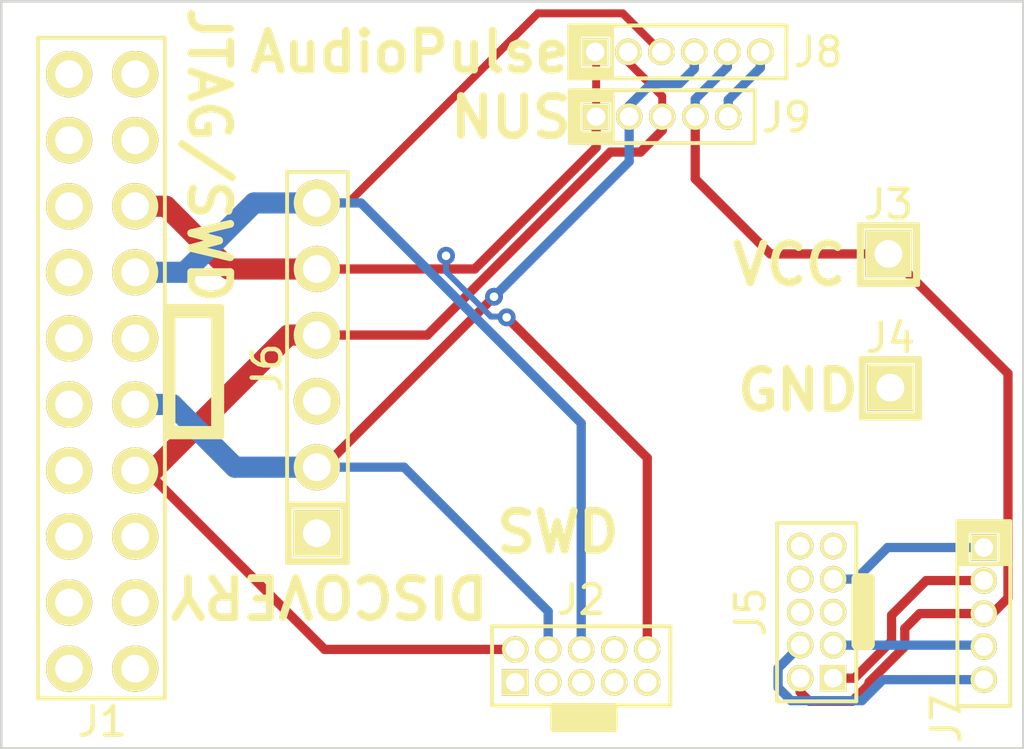
<source format=kicad_pcb>
(kicad_pcb (version 3) (host pcbnew "(2013-may-18)-stable")

  (general
    (links 41)
    (no_connects 17)
    (area 0 0 0 0)
    (thickness 1.6)
    (drawings 48)
    (tracks 98)
    (zones 0)
    (modules 9)
    (nets 10)
  )

  (page A3)
  (layers
    (15 F.Cu signal)
    (0 B.Cu signal)
    (16 B.Adhes user)
    (17 F.Adhes user)
    (18 B.Paste user)
    (19 F.Paste user)
    (20 B.SilkS user)
    (21 F.SilkS user)
    (22 B.Mask user)
    (23 F.Mask user)
    (24 Dwgs.User user)
    (25 Cmts.User user)
    (26 Eco1.User user)
    (27 Eco2.User user)
    (28 Edge.Cuts user)
  )

  (setup
    (last_trace_width 0.254)
    (user_trace_width 0.1524)
    (user_trace_width 0.1778)
    (user_trace_width 0.2032)
    (user_trace_width 0.2286)
    (user_trace_width 0.254)
    (user_trace_width 0.3048)
    (user_trace_width 0.3556)
    (user_trace_width 0.4572)
    (user_trace_width 0.6096)
    (user_trace_width 0.8128)
    (trace_clearance 0.1524)
    (zone_clearance 0.508)
    (zone_45_only no)
    (trace_min 0.1524)
    (segment_width 0.2)
    (edge_width 0.1)
    (via_size 0.6858)
    (via_drill 0.3302)
    (via_min_size 0.6858)
    (via_min_drill 0.3302)
    (user_via 0.6858 0.3302)
    (uvia_size 0.508)
    (uvia_drill 0.127)
    (uvias_allowed no)
    (uvia_min_size 0)
    (uvia_min_drill 0.127)
    (pcb_text_width 0.3)
    (pcb_text_size 1.5 1.5)
    (mod_edge_width 0.15)
    (mod_text_size 1 1)
    (mod_text_width 0.15)
    (pad_size 1.016 1.016)
    (pad_drill 0.7112)
    (pad_to_mask_clearance 0)
    (aux_axis_origin 0 0)
    (visible_elements FFFFFFBF)
    (pcbplotparams
      (layerselection 3178497)
      (usegerberextensions true)
      (excludeedgelayer true)
      (linewidth 0.150000)
      (plotframeref false)
      (viasonmask false)
      (mode 1)
      (useauxorigin false)
      (hpglpennumber 1)
      (hpglpenspeed 20)
      (hpglpendiameter 15)
      (hpglpenoverlay 2)
      (psnegative false)
      (psa4output false)
      (plotreference true)
      (plotvalue true)
      (plotothertext true)
      (plotinvisibletext false)
      (padsonsilk false)
      (subtractmaskfromsilk false)
      (outputformat 1)
      (mirror false)
      (drillshape 1)
      (scaleselection 1)
      (outputdirectory ""))
  )

  (net 0 "")
  (net 1 /GND)
  (net 2 /RESET)
  (net 3 /SWCLK_TCLK)
  (net 4 /SWDIO_TMS)
  (net 5 /SWO_TDO)
  (net 6 /TI_DC)
  (net 7 /TI_DD)
  (net 8 /TI_RESET)
  (net 9 /VCC)

  (net_class Default "This is the default net class."
    (clearance 0.1524)
    (trace_width 0.1524)
    (via_dia 0.6858)
    (via_drill 0.3302)
    (uvia_dia 0.508)
    (uvia_drill 0.127)
    (add_net "")
    (add_net /GND)
    (add_net /RESET)
    (add_net /SWCLK_TCLK)
    (add_net /SWDIO_TMS)
    (add_net /SWO_TDO)
    (add_net /TI_DC)
    (add_net /TI_DD)
    (add_net /TI_RESET)
    (add_net /VCC)
  )

  (module HDR_6X1_100MIL_THRU (layer F.Cu) (tedit 52F27BF5) (tstamp 52F286DA)
    (at 48.8442 47.1678 90)
    (path /52E977C2)
    (fp_text reference J6 (at 0 -1.905 90) (layer F.SilkS)
      (effects (font (size 1.1 1.1) (thickness 0.17)))
    )
    (fp_text value CONN_6X1 (at 0 1.905 90) (layer F.SilkS) hide
      (effects (font (size 1.1 1.1) (thickness 0.17)))
    )
    (fp_line (start -7.366 1.016) (end -5.4102 1.016) (layer F.SilkS) (width 0.15))
    (fp_line (start -7.366 1.1176) (end -7.366 -1.143) (layer F.SilkS) (width 0.15))
    (fp_line (start -5.3594 1.0668) (end -7.4168 1.0668) (layer F.SilkS) (width 0.15))
    (fp_line (start -5.3594 -1.016) (end -7.4168 -1.016) (layer F.SilkS) (width 0.15))
    (fp_line (start -5.207 -1.143) (end -5.207 1.143) (layer F.SilkS) (width 0.15))
    (fp_line (start -5.207 1.143) (end -5.334 1.143) (layer F.SilkS) (width 0.15))
    (fp_line (start -5.334 1.143) (end -5.334 -1.143) (layer F.SilkS) (width 0.15))
    (fp_line (start -7.493 -1.143) (end 7.5438 -1.143) (layer F.SilkS) (width 0.15))
    (fp_line (start 7.5438 -1.143) (end 7.5438 1.1938) (layer F.SilkS) (width 0.15))
    (fp_line (start 7.5438 1.1938) (end -7.493 1.1938) (layer F.SilkS) (width 0.15))
    (fp_line (start -7.493 1.1938) (end -7.493 -1.143) (layer F.SilkS) (width 0.15))
    (pad 6 thru_hole circle (at 6.35 0 180) (size 1.778 1.778) (drill 1.0668)
      (layers *.Cu *.Mask F.SilkS)
      (net 5 /SWO_TDO)
      (zone_connect 2)
    )
    (pad 4 thru_hole circle (at 1.27 0 180) (size 1.778 1.778) (drill 1.0668)
      (layers *.Cu *.Mask F.SilkS)
      (net 4 /SWDIO_TMS)
      (zone_connect 2)
    )
    (pad 5 thru_hole circle (at 3.81 0 180) (size 1.778 1.778) (drill 1.0668)
      (layers *.Cu *.Mask F.SilkS)
      (net 2 /RESET)
      (zone_connect 2)
    )
    (pad 3 thru_hole circle (at -1.27 0 180) (size 1.778 1.778) (drill 1.0668)
      (layers *.Cu *.Mask F.SilkS)
      (net 1 /GND)
      (zone_connect 2)
    )
    (pad 2 thru_hole circle (at -3.81 0 180) (size 1.778 1.778) (drill 1.0668)
      (layers *.Cu *.Mask F.SilkS)
      (net 3 /SWCLK_TCLK)
      (zone_connect 2)
    )
    (pad 1 thru_hole rect (at -6.35 0 90) (size 1.778 1.778) (drill 1.0668)
      (layers *.Cu *.Mask F.SilkS)
      (zone_connect 2)
    )
  )

  (module HDR_5X2_50MIL_THRU (layer F.Cu) (tedit 52F27989) (tstamp 52F286EC)
    (at 59.00928 58.61812)
    (path /52E974CC)
    (fp_text reference J2 (at 0 -2.54) (layer F.SilkS)
      (effects (font (size 1.1 1.1) (thickness 0.17)))
    )
    (fp_text value CONN_5X2 (at 0 2.54) (layer F.SilkS) hide
      (effects (font (size 1.1 1.1) (thickness 0.17)))
    )
    (fp_line (start -3.429 1.524) (end 3.429 1.524) (layer F.SilkS) (width 0.15))
    (fp_line (start 3.429 1.524) (end 3.429 -1.524) (layer F.SilkS) (width 0.15))
    (fp_line (start 3.429 -1.524) (end -3.429 -1.524) (layer F.SilkS) (width 0.15))
    (fp_line (start -3.429 -1.524) (end -3.429 1.524) (layer F.SilkS) (width 0.15))
    (pad 2 thru_hole circle (at -2.54 -0.635) (size 1.016 1.016) (drill 0.7112)
      (layers *.Cu *.Mask F.SilkS)
      (net 4 /SWDIO_TMS)
      (zone_connect 2)
    )
    (pad 4 thru_hole circle (at -1.27 -0.635 90) (size 1.016 1.016) (drill 0.7112)
      (layers *.Cu *.Mask F.SilkS)
      (net 3 /SWCLK_TCLK)
      (zone_connect 2)
    )
    (pad 6 thru_hole circle (at 0 -0.635 90) (size 1.016 1.016) (drill 0.7112)
      (layers *.Cu *.Mask F.SilkS)
      (net 5 /SWO_TDO)
      (zone_connect 2)
    )
    (pad 10 thru_hole circle (at 2.54 -0.635 90) (size 1.016 1.016) (drill 0.7112)
      (layers *.Cu *.Mask F.SilkS)
      (net 2 /RESET)
      (zone_connect 2)
    )
    (pad 8 thru_hole circle (at 1.27 -0.635 90) (size 1.016 1.016) (drill 0.7112)
      (layers *.Cu *.Mask F.SilkS)
      (zone_connect 2)
    )
    (pad 7 thru_hole circle (at 1.27 0.635 90) (size 1.016 1.016) (drill 0.7112)
      (layers *.Cu *.Mask F.SilkS)
      (zone_connect 2)
    )
    (pad 9 thru_hole circle (at 2.54 0.635 90) (size 1.016 1.016) (drill 0.7112)
      (layers *.Cu *.Mask F.SilkS)
      (net 1 /GND)
      (zone_connect 2)
    )
    (pad 5 thru_hole circle (at 0 0.635 90) (size 1.016 1.016) (drill 0.7112)
      (layers *.Cu *.Mask F.SilkS)
      (net 1 /GND)
      (zone_connect 2)
    )
    (pad 3 thru_hole circle (at -1.27 0.635 90) (size 1.016 1.016) (drill 0.7112)
      (layers *.Cu *.Mask F.SilkS)
      (net 1 /GND)
      (zone_connect 2)
    )
    (pad 1 thru_hole rect (at -2.54 0.635) (size 1.016 1.016) (drill 0.7112)
      (layers *.Cu *.Mask F.SilkS)
      (net 9 /VCC)
      (zone_connect 2)
    )
  )

  (module HDR_5X2_50MIL_THRU (layer F.Cu) (tedit 52F27989) (tstamp 52F286FE)
    (at 68.06184 56.55056 90)
    (path /52E97A71)
    (fp_text reference J5 (at 0 -2.54 90) (layer F.SilkS)
      (effects (font (size 1.1 1.1) (thickness 0.17)))
    )
    (fp_text value CONN_5X2 (at 0 2.54 90) (layer F.SilkS) hide
      (effects (font (size 1.1 1.1) (thickness 0.17)))
    )
    (fp_line (start -3.429 1.524) (end 3.429 1.524) (layer F.SilkS) (width 0.15))
    (fp_line (start 3.429 1.524) (end 3.429 -1.524) (layer F.SilkS) (width 0.15))
    (fp_line (start 3.429 -1.524) (end -3.429 -1.524) (layer F.SilkS) (width 0.15))
    (fp_line (start -3.429 -1.524) (end -3.429 1.524) (layer F.SilkS) (width 0.15))
    (pad 2 thru_hole circle (at -2.54 -0.635 90) (size 1.016 1.016) (drill 0.7112)
      (layers *.Cu *.Mask F.SilkS)
      (net 9 /VCC)
      (zone_connect 2)
    )
    (pad 4 thru_hole circle (at -1.27 -0.635 180) (size 1.016 1.016) (drill 0.7112)
      (layers *.Cu *.Mask F.SilkS)
      (net 7 /TI_DD)
      (zone_connect 2)
    )
    (pad 6 thru_hole circle (at 0 -0.635 180) (size 1.016 1.016) (drill 0.7112)
      (layers *.Cu *.Mask F.SilkS)
      (zone_connect 2)
    )
    (pad 10 thru_hole circle (at 2.54 -0.635 180) (size 1.016 1.016) (drill 0.7112)
      (layers *.Cu *.Mask F.SilkS)
      (zone_connect 2)
    )
    (pad 8 thru_hole circle (at 1.27 -0.635 180) (size 1.016 1.016) (drill 0.7112)
      (layers *.Cu *.Mask F.SilkS)
      (zone_connect 2)
    )
    (pad 7 thru_hole circle (at 1.27 0.635 180) (size 1.016 1.016) (drill 0.7112)
      (layers *.Cu *.Mask F.SilkS)
      (net 8 /TI_RESET)
      (zone_connect 2)
    )
    (pad 9 thru_hole circle (at 2.54 0.635 180) (size 1.016 1.016) (drill 0.7112)
      (layers *.Cu *.Mask F.SilkS)
      (zone_connect 2)
    )
    (pad 5 thru_hole circle (at 0 0.635 180) (size 1.016 1.016) (drill 0.7112)
      (layers *.Cu *.Mask F.SilkS)
      (zone_connect 2)
    )
    (pad 3 thru_hole circle (at -1.27 0.635 180) (size 1.016 1.016) (drill 0.7112)
      (layers *.Cu *.Mask F.SilkS)
      (net 6 /TI_DC)
      (zone_connect 2)
    )
    (pad 1 thru_hole rect (at -2.54 0.635 90) (size 1.016 1.016) (drill 0.7112)
      (layers *.Cu *.Mask F.SilkS)
      (net 1 /GND)
      (zone_connect 2)
    )
  )

  (module HDR_10X2_100MIL_THRU (layer F.Cu) (tedit 52F27C57) (tstamp 52F28748)
    (at 40.5892 47.2948 180)
    (path /52E974BD)
    (fp_text reference J1 (at 0 -13.462 180) (layer F.SilkS)
      (effects (font (size 1.1 1.1) (thickness 0.17)))
    )
    (fp_text value CONN_10X2 (at 0 13.97 180) (layer F.SilkS) hide
      (effects (font (size 1.1 1.1) (thickness 0.17)))
    )
    (fp_line (start -2.413 -12.573) (end 2.4638 -12.573) (layer F.SilkS) (width 0.15))
    (fp_line (start 2.4638 -12.573) (end 2.4638 12.827) (layer F.SilkS) (width 0.15))
    (fp_line (start 2.4638 12.827) (end -2.413 12.827) (layer F.SilkS) (width 0.15))
    (fp_line (start -2.413 12.827) (end -2.413 -12.573) (layer F.SilkS) (width 0.15))
    (pad 16 thru_hole circle (at 1.27 6.35 270) (size 1.778 1.778) (drill 1.0668)
      (layers *.Cu *.Mask F.SilkS)
      (net 1 /GND)
      (zone_connect 2)
    )
    (pad 15 thru_hole circle (at -1.27 6.35 180) (size 1.778 1.778) (drill 1.0668)
      (layers *.Cu *.Mask F.SilkS)
      (net 2 /RESET)
      (zone_connect 2)
    )
    (pad 18 thru_hole circle (at 1.27 8.89 270) (size 1.778 1.778) (drill 1.0668)
      (layers *.Cu *.Mask F.SilkS)
      (net 1 /GND)
      (zone_connect 2)
    )
    (pad 17 thru_hole circle (at -1.27 8.89 180) (size 1.778 1.778) (drill 1.0668)
      (layers *.Cu *.Mask F.SilkS)
      (zone_connect 2)
    )
    (pad 19 thru_hole circle (at -1.27 11.43 180) (size 1.778 1.778) (drill 1.0668)
      (layers *.Cu *.Mask F.SilkS)
      (zone_connect 2)
    )
    (pad 20 thru_hole circle (at 1.27 11.43 270) (size 1.778 1.778) (drill 1.0668)
      (layers *.Cu *.Mask F.SilkS)
      (net 1 /GND)
      (zone_connect 2)
    )
    (pad 14 thru_hole circle (at 1.27 3.81 270) (size 1.778 1.778) (drill 1.0668)
      (layers *.Cu *.Mask F.SilkS)
      (net 1 /GND)
      (zone_connect 2)
    )
    (pad 13 thru_hole circle (at -1.27 3.81 180) (size 1.778 1.778) (drill 1.0668)
      (layers *.Cu *.Mask F.SilkS)
      (net 5 /SWO_TDO)
      (zone_connect 2)
    )
    (pad 11 thru_hole circle (at -1.27 1.27 180) (size 1.778 1.778) (drill 1.0668)
      (layers *.Cu *.Mask F.SilkS)
      (zone_connect 2)
    )
    (pad 12 thru_hole circle (at 1.27 1.27 270) (size 1.778 1.778) (drill 1.0668)
      (layers *.Cu *.Mask F.SilkS)
      (net 1 /GND)
      (zone_connect 2)
    )
    (pad 8 thru_hole circle (at 1.27 -3.81 270) (size 1.778 1.778) (drill 1.0668)
      (layers *.Cu *.Mask F.SilkS)
      (net 1 /GND)
      (zone_connect 2)
    )
    (pad 7 thru_hole circle (at -1.27 -3.81 180) (size 1.778 1.778) (drill 1.0668)
      (layers *.Cu *.Mask F.SilkS)
      (net 4 /SWDIO_TMS)
      (zone_connect 2)
    )
    (pad 9 thru_hole circle (at -1.27 -1.27 180) (size 1.778 1.778) (drill 1.0668)
      (layers *.Cu *.Mask F.SilkS)
      (net 3 /SWCLK_TCLK)
      (zone_connect 2)
    )
    (pad 10 thru_hole circle (at 1.27 -1.27 270) (size 1.778 1.778) (drill 1.0668)
      (layers *.Cu *.Mask F.SilkS)
      (net 1 /GND)
      (zone_connect 2)
    )
    (pad 6 thru_hole circle (at 1.27 -6.35 270) (size 1.778 1.778) (drill 1.0668)
      (layers *.Cu *.Mask F.SilkS)
      (net 1 /GND)
      (zone_connect 2)
    )
    (pad 5 thru_hole circle (at -1.27 -6.35 180) (size 1.778 1.778) (drill 1.0668)
      (layers *.Cu *.Mask F.SilkS)
      (zone_connect 2)
    )
    (pad 3 thru_hole circle (at -1.27 -8.89 180) (size 1.778 1.778) (drill 1.0668)
      (layers *.Cu *.Mask F.SilkS)
      (zone_connect 2)
    )
    (pad 4 thru_hole circle (at 1.27 -8.89 270) (size 1.778 1.778) (drill 1.0668)
      (layers *.Cu *.Mask F.SilkS)
      (net 1 /GND)
      (zone_connect 2)
    )
    (pad 2 thru_hole circle (at 1.27 -11.43 270) (size 1.778 1.778) (drill 1.0668)
      (layers *.Cu *.Mask F.SilkS)
      (zone_connect 2)
    )
    (pad 1 thru_hole circle (at -1.27 -11.43 180) (size 1.778 1.778) (drill 1.0668)
      (layers *.Cu *.Mask F.SilkS)
      (net 9 /VCC)
      (zone_connect 2)
    )
  )

  (module HDR_5X1_50MIL_THRU (layer F.Cu) (tedit 52F28E2F) (tstamp 52F2872C)
    (at 62.12332 37.50056)
    (path /52E97BE7)
    (fp_text reference J9 (at 4.78028 0.03048) (layer F.SilkS)
      (effects (font (size 1.1 1.1) (thickness 0.17)))
    )
    (fp_text value CONN_5X1 (at 0 1.905) (layer F.SilkS) hide
      (effects (font (size 1.1 1.1) (thickness 0.17)))
    )
    (fp_line (start -1.9025 0.635) (end -3.1725 0.635) (layer F.SilkS) (width 0.15))
    (fp_line (start -3.1725 -0.635) (end -1.9025 -0.635) (layer F.SilkS) (width 0.15))
    (fp_line (start -1.9025 -0.762) (end -3.1725 -0.762) (layer F.SilkS) (width 0.15))
    (fp_line (start -3.1725 -0.889) (end -1.9025 -0.889) (layer F.SilkS) (width 0.15))
    (fp_line (start -1.9025 0.762) (end -3.1725 0.762) (layer F.SilkS) (width 0.15))
    (fp_line (start -3.1725 0.889) (end -2.0295 0.889) (layer F.SilkS) (width 0.15))
    (fp_line (start -3.1725 -1.016) (end -3.1725 1.016) (layer F.SilkS) (width 0.15))
    (fp_line (start -3.4265 1.016) (end -3.4265 -1.016) (layer F.SilkS) (width 0.15))
    (fp_line (start -1.9025 -1.016) (end -1.9025 1.016) (layer F.SilkS) (width 0.15))
    (fp_line (start -3.2995 -1.016) (end -3.2995 1.016) (layer F.SilkS) (width 0.15))
    (fp_line (start -3.5535 -1.016) (end 3.556 -1.016) (layer F.SilkS) (width 0.15))
    (fp_line (start 3.556 -1.016) (end 3.556 1.016) (layer F.SilkS) (width 0.15))
    (fp_line (start 3.556 1.016) (end -3.5535 1.016) (layer F.SilkS) (width 0.15))
    (fp_line (start -3.5535 1.016) (end -3.5535 -1.016) (layer F.SilkS) (width 0.15))
    (pad 4 thru_hole circle (at 1.27 0 90) (size 1.016 1.016) (drill 0.7112)
      (layers *.Cu *.Mask F.SilkS)
      (net 9 /VCC)
      (zone_connect 2)
    )
    (pad 5 thru_hole circle (at 2.54 0 90) (size 1.016 1.016) (drill 0.7112)
      (layers *.Cu *.Mask F.SilkS)
      (net 1 /GND)
      (zone_connect 2)
    )
    (pad 3 thru_hole circle (at 0 0 90) (size 1.016 1.016) (drill 0.7112)
      (layers *.Cu *.Mask F.SilkS)
      (net 4 /SWDIO_TMS)
      (zone_connect 2)
    )
    (pad 2 thru_hole circle (at -1.27 0 90) (size 1.016 1.016) (drill 0.7112)
      (layers *.Cu *.Mask F.SilkS)
      (net 3 /SWCLK_TCLK)
      (zone_connect 2)
    )
    (pad 1 thru_hole rect (at -2.54 0) (size 1.016 1.016) (drill 0.7112)
      (layers *.Cu *.Mask F.SilkS)
      (net 2 /RESET)
      (zone_connect 2)
    )
  )

  (module HDR_5X1_50MIL_THRU (layer F.Cu) (tedit 52F28E15) (tstamp 52F28715)
    (at 74.48804 56.60644 270)
    (path /52E97BD8)
    (fp_text reference J7 (at 4.04876 1.43764 270) (layer F.SilkS)
      (effects (font (size 1.1 1.1) (thickness 0.17)))
    )
    (fp_text value CONN_5X1 (at 0 1.905 270) (layer F.SilkS) hide
      (effects (font (size 1.1 1.1) (thickness 0.17)))
    )
    (fp_line (start -1.9025 0.635) (end -3.1725 0.635) (layer F.SilkS) (width 0.15))
    (fp_line (start -3.1725 -0.635) (end -1.9025 -0.635) (layer F.SilkS) (width 0.15))
    (fp_line (start -1.9025 -0.762) (end -3.1725 -0.762) (layer F.SilkS) (width 0.15))
    (fp_line (start -3.1725 -0.889) (end -1.9025 -0.889) (layer F.SilkS) (width 0.15))
    (fp_line (start -1.9025 0.762) (end -3.1725 0.762) (layer F.SilkS) (width 0.15))
    (fp_line (start -3.1725 0.889) (end -2.0295 0.889) (layer F.SilkS) (width 0.15))
    (fp_line (start -3.1725 -1.016) (end -3.1725 1.016) (layer F.SilkS) (width 0.15))
    (fp_line (start -3.4265 1.016) (end -3.4265 -1.016) (layer F.SilkS) (width 0.15))
    (fp_line (start -1.9025 -1.016) (end -1.9025 1.016) (layer F.SilkS) (width 0.15))
    (fp_line (start -3.2995 -1.016) (end -3.2995 1.016) (layer F.SilkS) (width 0.15))
    (fp_line (start -3.5535 -1.016) (end 3.556 -1.016) (layer F.SilkS) (width 0.15))
    (fp_line (start 3.556 -1.016) (end 3.556 1.016) (layer F.SilkS) (width 0.15))
    (fp_line (start 3.556 1.016) (end -3.5535 1.016) (layer F.SilkS) (width 0.15))
    (fp_line (start -3.5535 1.016) (end -3.5535 -1.016) (layer F.SilkS) (width 0.15))
    (pad 4 thru_hole circle (at 1.27 0) (size 1.016 1.016) (drill 0.7112)
      (layers *.Cu *.Mask F.SilkS)
      (net 6 /TI_DC)
      (zone_connect 2)
    )
    (pad 5 thru_hole circle (at 2.54 0) (size 1.016 1.016) (drill 0.7112)
      (layers *.Cu *.Mask F.SilkS)
      (net 7 /TI_DD)
      (zone_connect 2)
    )
    (pad 3 thru_hole circle (at 0 0) (size 1.016 1.016) (drill 0.7112)
      (layers *.Cu *.Mask F.SilkS)
      (net 9 /VCC)
      (zone_connect 2)
    )
    (pad 2 thru_hole circle (at -1.27 0) (size 1.016 1.016) (drill 0.7112)
      (layers *.Cu *.Mask F.SilkS)
      (net 1 /GND)
      (zone_connect 2)
    )
    (pad 1 thru_hole rect (at -2.54 0 270) (size 1.016 1.016) (drill 0.7112)
      (layers *.Cu *.Mask F.SilkS)
      (net 8 /TI_RESET)
      (zone_connect 2)
    )
  )

  (module HDR_6X1_50MIL_THRU (layer F.Cu) (tedit 52F28E32) (tstamp 52F286C5)
    (at 62.72276 35.01136)
    (path /52E979C5)
    (fp_text reference J8 (at 5.40004 0.00508) (layer F.SilkS)
      (effects (font (size 1.1 1.1) (thickness 0.17)))
    )
    (fp_text value CONN_6X1 (at 0 1.905) (layer F.SilkS) hide
      (effects (font (size 1.1 1.1) (thickness 0.17)))
    )
    (fp_line (start -2.5248 0.635) (end -3.7948 0.635) (layer F.SilkS) (width 0.15))
    (fp_line (start -3.7948 -0.635) (end -2.5248 -0.635) (layer F.SilkS) (width 0.15))
    (fp_line (start -2.5248 -0.762) (end -3.7948 -0.762) (layer F.SilkS) (width 0.15))
    (fp_line (start -3.7948 -0.889) (end -2.5248 -0.889) (layer F.SilkS) (width 0.15))
    (fp_line (start -2.5248 0.762) (end -3.7948 0.762) (layer F.SilkS) (width 0.15))
    (fp_line (start -3.7948 0.889) (end -2.6518 0.889) (layer F.SilkS) (width 0.15))
    (fp_line (start -3.7948 -1.016) (end -3.7948 1.016) (layer F.SilkS) (width 0.15))
    (fp_line (start -4.0488 1.016) (end -4.0488 -1.016) (layer F.SilkS) (width 0.15))
    (fp_line (start -2.5248 -1.016) (end -2.5248 1.016) (layer F.SilkS) (width 0.15))
    (fp_line (start -3.9218 -1.016) (end -3.9218 1.016) (layer F.SilkS) (width 0.15))
    (fp_line (start -4.1758 -1.016) (end 4.1758 -1.016) (layer F.SilkS) (width 0.15))
    (fp_line (start 4.1758 -1.016) (end 4.1758 1.016) (layer F.SilkS) (width 0.15))
    (fp_line (start 4.1758 1.016) (end -4.1758 1.016) (layer F.SilkS) (width 0.15))
    (fp_line (start -4.1758 1.016) (end -4.1758 -1.016) (layer F.SilkS) (width 0.15))
    (pad 6 thru_hole circle (at 3.175 0 90) (size 1.016 1.016) (drill 0.7112)
      (layers *.Cu *.Mask F.SilkS)
      (net 1 /GND)
      (zone_connect 2)
    )
    (pad 4 thru_hole circle (at 0.635 0 90) (size 1.016 1.016) (drill 0.7112)
      (layers *.Cu *.Mask F.SilkS)
      (net 3 /SWCLK_TCLK)
      (zone_connect 2)
    )
    (pad 5 thru_hole circle (at 1.905 0 90) (size 1.016 1.016) (drill 0.7112)
      (layers *.Cu *.Mask F.SilkS)
      (net 9 /VCC)
      (zone_connect 2)
    )
    (pad 3 thru_hole circle (at -0.635 0 90) (size 1.016 1.016) (drill 0.7112)
      (layers *.Cu *.Mask F.SilkS)
      (net 5 /SWO_TDO)
      (zone_connect 2)
    )
    (pad 2 thru_hole circle (at -1.905 0 90) (size 1.016 1.016) (drill 0.7112)
      (layers *.Cu *.Mask F.SilkS)
      (net 4 /SWDIO_TMS)
      (zone_connect 2)
    )
    (pad 1 thru_hole rect (at -3.175 0) (size 1.016 1.016) (drill 0.7112)
      (layers *.Cu *.Mask F.SilkS)
      (net 2 /RESET)
      (zone_connect 2)
    )
  )

  (module HDR_1X1_100MIL_THRU (layer F.Cu) (tedit 52F2837B) (tstamp 52F28E2E)
    (at 70.82028 42.77868)
    (path /52E97908)
    (fp_text reference J3 (at 0 -1.905) (layer F.SilkS)
      (effects (font (size 1.1 1.1) (thickness 0.17)))
    )
    (fp_text value CONN_1X1 (at 0 1.905) (layer F.SilkS) hide
      (effects (font (size 1.1 1.1) (thickness 0.17)))
    )
    (fp_line (start -1.016 1.016) (end 0.9398 1.016) (layer F.SilkS) (width 0.15))
    (fp_line (start -1.016 1.1176) (end -1.016 -1.143) (layer F.SilkS) (width 0.15))
    (fp_line (start 0.9906 1.0668) (end -1.0668 1.0668) (layer F.SilkS) (width 0.15))
    (fp_line (start 0.9906 -1.016) (end -1.0668 -1.016) (layer F.SilkS) (width 0.15))
    (fp_line (start 1.143 -1.143) (end 1.143 1.143) (layer F.SilkS) (width 0.15))
    (fp_line (start 1.143 1.143) (end 1.016 1.143) (layer F.SilkS) (width 0.15))
    (fp_line (start 1.016 1.143) (end 1.016 -1.143) (layer F.SilkS) (width 0.15))
    (fp_line (start -1.143 -1.143) (end 1.143 -1.143) (layer F.SilkS) (width 0.15))
    (fp_line (start 1.143 1.1938) (end -1.143 1.1938) (layer F.SilkS) (width 0.15))
    (fp_line (start -1.143 1.1938) (end -1.143 -1.143) (layer F.SilkS) (width 0.15))
    (pad 1 thru_hole rect (at 0 0) (size 1.778 1.778) (drill 1.0668)
      (layers *.Cu *.Mask F.SilkS)
      (net 9 /VCC)
      (zone_connect 2)
    )
  )

  (module HDR_1X1_100MIL_THRU (layer F.Cu) (tedit 52F2837B) (tstamp 52F28E3D)
    (at 70.89648 47.91964)
    (path /52E97915)
    (fp_text reference J4 (at 0 -1.905) (layer F.SilkS)
      (effects (font (size 1.1 1.1) (thickness 0.17)))
    )
    (fp_text value CONN_1X1 (at 0 1.905) (layer F.SilkS) hide
      (effects (font (size 1.1 1.1) (thickness 0.17)))
    )
    (fp_line (start -1.016 1.016) (end 0.9398 1.016) (layer F.SilkS) (width 0.15))
    (fp_line (start -1.016 1.1176) (end -1.016 -1.143) (layer F.SilkS) (width 0.15))
    (fp_line (start 0.9906 1.0668) (end -1.0668 1.0668) (layer F.SilkS) (width 0.15))
    (fp_line (start 0.9906 -1.016) (end -1.0668 -1.016) (layer F.SilkS) (width 0.15))
    (fp_line (start 1.143 -1.143) (end 1.143 1.143) (layer F.SilkS) (width 0.15))
    (fp_line (start 1.143 1.143) (end 1.016 1.143) (layer F.SilkS) (width 0.15))
    (fp_line (start 1.016 1.143) (end 1.016 -1.143) (layer F.SilkS) (width 0.15))
    (fp_line (start -1.143 -1.143) (end 1.143 -1.143) (layer F.SilkS) (width 0.15))
    (fp_line (start 1.143 1.1938) (end -1.143 1.1938) (layer F.SilkS) (width 0.15))
    (fp_line (start -1.143 1.1938) (end -1.143 -1.143) (layer F.SilkS) (width 0.15))
    (pad 1 thru_hole rect (at 0 0) (size 1.778 1.778) (drill 1.0668)
      (layers *.Cu *.Mask F.SilkS)
      (net 1 /GND)
      (zone_connect 2)
    )
  )

  (gr_line (start 70.06844 55.28056) (end 70.06844 55.27548) (angle 90) (layer F.SilkS) (width 0.2))
  (gr_line (start 69.62648 55.28056) (end 70.06844 55.28056) (angle 90) (layer F.SilkS) (width 0.454))
  (gr_line (start 69.62648 57.785) (end 69.62648 55.28056) (angle 90) (layer F.SilkS) (width 0.454))
  (gr_line (start 70.06844 57.785) (end 69.62648 57.785) (angle 90) (layer F.SilkS) (width 0.454))
  (gr_line (start 70.06844 55.28564) (end 70.06844 57.785) (angle 90) (layer F.SilkS) (width 0.454))
  (gr_line (start 59.9186 60.51804) (end 58.27776 60.51804) (angle 90) (layer F.SilkS) (width 0.2))
  (gr_line (start 59.9186 60.60948) (end 59.9186 60.51804) (angle 90) (layer F.SilkS) (width 0.2))
  (gr_line (start 58.34888 60.60948) (end 59.9186 60.60948) (angle 90) (layer F.SilkS) (width 0.2))
  (gr_line (start 58.34888 60.41136) (end 58.34888 60.60948) (angle 90) (layer F.SilkS) (width 0.2))
  (gr_line (start 60.05576 60.41136) (end 58.34888 60.41136) (angle 90) (layer F.SilkS) (width 0.2))
  (gr_line (start 60.05576 60.77712) (end 60.05576 60.41136) (angle 90) (layer F.SilkS) (width 0.2))
  (gr_line (start 58.20156 60.77712) (end 60.05576 60.77712) (angle 90) (layer F.SilkS) (width 0.2))
  (gr_line (start 58.20156 60.2742) (end 58.20156 60.77712) (angle 90) (layer F.SilkS) (width 0.2))
  (gr_line (start 60.19292 60.2742) (end 58.20156 60.2742) (angle 90) (layer F.SilkS) (width 0.2))
  (gr_line (start 60.19292 60.92952) (end 60.19292 60.2742) (angle 90) (layer F.SilkS) (width 0.2))
  (gr_line (start 58.03392 60.92952) (end 60.19292 60.92952) (angle 90) (layer F.SilkS) (width 0.2))
  (gr_line (start 58.03392 60.1472) (end 58.03392 60.92952) (angle 90) (layer F.SilkS) (width 0.2))
  (gr_line (start 60.30468 60.1472) (end 58.03392 60.1472) (angle 90) (layer F.SilkS) (width 0.2))
  (gr_line (start 60.30468 61.0616) (end 60.30468 60.1472) (angle 90) (layer F.SilkS) (width 0.2))
  (gr_line (start 57.92216 61.0616) (end 60.30468 61.0616) (angle 90) (layer F.SilkS) (width 0.2))
  (gr_line (start 57.92216 60.13704) (end 57.92216 61.0616) (angle 90) (layer F.SilkS) (width 0.2))
  (gr_line (start 44.77004 45.1358) (end 44.77004 45.06976) (angle 90) (layer F.SilkS) (width 0.2))
  (gr_line (start 43.307 45.1358) (end 44.77004 45.1358) (angle 90) (layer F.SilkS) (width 0.2))
  (gr_line (start 43.307 49.49444) (end 43.307 45.1358) (angle 90) (layer F.SilkS) (width 0.2))
  (gr_line (start 44.8818 49.49444) (end 43.307 49.49444) (angle 90) (layer F.SilkS) (width 0.2))
  (gr_line (start 44.8818 45.19676) (end 44.8818 49.49444) (angle 90) (layer F.SilkS) (width 0.2))
  (gr_line (start 45.04436 45.0342) (end 44.8818 45.19676) (angle 90) (layer F.SilkS) (width 0.2))
  (gr_line (start 43.13936 45.0342) (end 45.04436 45.0342) (angle 90) (layer F.SilkS) (width 0.2))
  (gr_line (start 43.13936 49.65192) (end 43.13936 45.0342) (angle 90) (layer F.SilkS) (width 0.2))
  (gr_line (start 45.05452 49.65192) (end 43.13936 49.65192) (angle 90) (layer F.SilkS) (width 0.2))
  (gr_line (start 45.05452 44.94784) (end 45.05452 49.65192) (angle 90) (layer F.SilkS) (width 0.2))
  (gr_line (start 43.0276 44.94784) (end 45.05452 44.94784) (angle 90) (layer F.SilkS) (width 0.2))
  (gr_line (start 43.0276 49.80432) (end 43.0276 44.94784) (angle 90) (layer F.SilkS) (width 0.2))
  (gr_line (start 45.18152 49.80432) (end 43.0276 49.80432) (angle 90) (layer F.SilkS) (width 0.2))
  (gr_line (start 45.18152 44.8056) (end 45.18152 49.80432) (angle 90) (layer F.SilkS) (width 0.2))
  (gr_line (start 43.01236 44.8056) (end 45.18152 44.8056) (angle 90) (layer F.SilkS) (width 0.2))
  (gr_line (start 36.71316 33.0708) (end 36.71316 33.06572) (angle 90) (layer Edge.Cuts) (width 0.1))
  (gr_line (start 76.00696 33.0708) (end 36.71316 33.0708) (angle 90) (layer Edge.Cuts) (width 0.1))
  (gr_line (start 76.00696 61.78804) (end 76.00696 33.0708) (angle 90) (layer Edge.Cuts) (width 0.1))
  (gr_line (start 36.71316 61.78804) (end 76.00696 61.78804) (angle 90) (layer Edge.Cuts) (width 0.1))
  (gr_line (start 36.71316 33.0708) (end 36.71316 61.78804) (angle 90) (layer Edge.Cuts) (width 0.1))
  (gr_text SWD (at 58.1152 53.47716) (layer F.SilkS)
    (effects (font (size 1.5 1.5) (thickness 0.3)))
  )
  (gr_text GND (at 67.34048 48.02124) (layer F.SilkS)
    (effects (font (size 1.5 1.5) (thickness 0.3)))
  )
  (gr_text VCC (at 67.01028 43.19524) (layer F.SilkS)
    (effects (font (size 1.5 1.5) (thickness 0.3)))
  )
  (gr_text NUS (at 56.3118 37.53104) (layer F.SilkS)
    (effects (font (size 1.5 1.5) (thickness 0.3)))
  )
  (gr_text AudioPulse (at 52.4256 35.01644) (layer F.SilkS)
    (effects (font (size 1.5 1.5) (thickness 0.3)))
  )
  (gr_text JTAG/SWD (at 44.69384 38.97884 270) (layer F.SilkS)
    (effects (font (size 1.5 1.5) (thickness 0.3)))
  )
  (gr_text DISCOVERY (at 49.32172 55.92064 180) (layer F.SilkS)
    (effects (font (size 1.5 1.5) (thickness 0.3)))
  )

  (segment (start 68.69684 59.09056) (end 69.51472 59.09056) (width 0.3556) (layer F.Cu) (net 1) (status 400000))
  (segment (start 72.27316 55.33644) (end 74.48804 55.33644) (width 0.3556) (layer F.Cu) (net 1) (tstamp 52F29064) (status 800000))
  (segment (start 70.9422 56.6674) (end 72.27316 55.33644) (width 0.3556) (layer F.Cu) (net 1) (tstamp 52F29063))
  (segment (start 70.9422 57.66308) (end 70.9422 56.6674) (width 0.3556) (layer F.Cu) (net 1) (tstamp 52F29061))
  (segment (start 69.51472 59.09056) (end 70.9422 57.66308) (width 0.3556) (layer F.Cu) (net 1) (tstamp 52F29060))
  (segment (start 64.66332 37.50056) (end 64.66332 36.8554) (width 0.3556) (layer B.Cu) (net 1))
  (segment (start 65.89776 35.62096) (end 65.89776 35.01136) (width 0.3556) (layer B.Cu) (net 1) (tstamp 52F29016))
  (segment (start 64.66332 36.8554) (end 65.89776 35.62096) (width 0.3556) (layer B.Cu) (net 1) (tstamp 52F29015))
  (segment (start 61.54928 57.98312) (end 61.54928 50.6222) (width 0.3556) (layer F.Cu) (net 2) (status 400000))
  (segment (start 53.85308 42.89044) (end 53.85308 43.3578) (width 0.2286) (layer F.Cu) (net 2) (tstamp 52F290B8))
  (segment (start 53.81244 42.8498) (end 53.85308 42.89044) (width 0.2286) (layer F.Cu) (net 2) (tstamp 52F290B7))
  (via (at 53.81244 42.8498) (size 0.6858) (layers F.Cu B.Cu) (net 2))
  (segment (start 53.81244 43.4607) (end 53.81244 42.8498) (width 0.2286) (layer B.Cu) (net 2) (tstamp 52F290B5))
  (segment (start 55.539808 45.188068) (end 53.81244 43.4607) (width 0.2286) (layer B.Cu) (net 2) (tstamp 52F290B4))
  (segment (start 56.115148 45.188068) (end 55.539808 45.188068) (width 0.2286) (layer B.Cu) (net 2) (tstamp 52F290B3))
  (segment (start 56.14416 45.21708) (end 56.115148 45.188068) (width 0.3556) (layer B.Cu) (net 2) (tstamp 52F290B2))
  (via (at 56.14416 45.21708) (size 0.6858) (layers F.Cu B.Cu) (net 2))
  (segment (start 61.54928 50.6222) (end 56.14416 45.21708) (width 0.3556) (layer F.Cu) (net 2) (tstamp 52F290AF))
  (segment (start 48.8442 43.3578) (end 53.85308 43.3578) (width 0.3556) (layer F.Cu) (net 2) (status 400000))
  (segment (start 53.85308 43.3578) (end 54.9148 43.3578) (width 0.3556) (layer F.Cu) (net 2) (tstamp 52F290BB))
  (segment (start 59.58332 38.68928) (end 59.58332 37.50056) (width 0.3556) (layer F.Cu) (net 2) (tstamp 52F2908D) (status 800000))
  (segment (start 54.9148 43.3578) (end 59.58332 38.68928) (width 0.3556) (layer F.Cu) (net 2) (tstamp 52F2908B))
  (segment (start 59.58332 37.50056) (end 59.58332 35.04692) (width 0.3048) (layer F.Cu) (net 2))
  (segment (start 59.58332 35.04692) (end 59.54776 35.01136) (width 0.3048) (layer F.Cu) (net 2) (tstamp 52F29001))
  (segment (start 41.8592 40.9448) (end 43.04284 40.9448) (width 0.8128) (layer F.Cu) (net 2))
  (segment (start 45.45584 43.3578) (end 48.8442 43.3578) (width 0.8128) (layer F.Cu) (net 2) (tstamp 52F28EAD))
  (segment (start 43.04284 40.9448) (end 45.45584 43.3578) (width 0.8128) (layer F.Cu) (net 2) (tstamp 52F28EAC))
  (segment (start 60.85332 37.50056) (end 60.85332 39.22776) (width 0.3556) (layer B.Cu) (net 3) (status 400000))
  (segment (start 49.10328 50.9778) (end 48.8442 50.9778) (width 0.3556) (layer F.Cu) (net 3) (tstamp 52F2909B) (status C00000))
  (segment (start 55.65648 44.4246) (end 49.10328 50.9778) (width 0.3556) (layer F.Cu) (net 3) (tstamp 52F2909A) (status 800000))
  (via (at 55.65648 44.4246) (size 0.6858) (layers F.Cu B.Cu) (net 3))
  (segment (start 60.85332 39.22776) (end 55.65648 44.4246) (width 0.3556) (layer B.Cu) (net 3) (tstamp 52F29097))
  (segment (start 48.8442 50.9778) (end 52.197 50.9778) (width 0.3556) (layer B.Cu) (net 3) (status 400000))
  (segment (start 52.197 50.9778) (end 57.73928 56.52008) (width 0.3556) (layer B.Cu) (net 3) (tstamp 52F2907F))
  (segment (start 57.73928 56.52008) (end 57.73928 57.98312) (width 0.3556) (layer B.Cu) (net 3) (tstamp 52F29081) (status 800000))
  (segment (start 60.85332 37.50056) (end 60.85332 37.07892) (width 0.3556) (layer B.Cu) (net 3))
  (segment (start 63.35776 35.6616) (end 63.35776 35.01136) (width 0.3556) (layer B.Cu) (net 3) (tstamp 52F2900E))
  (segment (start 62.79388 36.22548) (end 63.35776 35.6616) (width 0.3556) (layer B.Cu) (net 3) (tstamp 52F2900D))
  (segment (start 61.70676 36.22548) (end 62.79388 36.22548) (width 0.3556) (layer B.Cu) (net 3) (tstamp 52F2900C))
  (segment (start 60.85332 37.07892) (end 61.70676 36.22548) (width 0.3556) (layer B.Cu) (net 3) (tstamp 52F2900B))
  (segment (start 41.8592 48.5648) (end 43.2816 48.5648) (width 0.8128) (layer B.Cu) (net 3))
  (segment (start 43.2816 48.5648) (end 45.6946 50.9778) (width 0.8128) (layer B.Cu) (net 3) (tstamp 52F28EB4))
  (segment (start 45.6946 50.9778) (end 48.8442 50.9778) (width 0.8128) (layer B.Cu) (net 3) (tstamp 52F28EB5))
  (segment (start 56.46928 57.98312) (end 49.14392 57.98312) (width 0.3556) (layer F.Cu) (net 4) (status 400000))
  (segment (start 42.2656 51.1048) (end 41.8592 51.1048) (width 0.3556) (layer F.Cu) (net 4) (tstamp 52F290A0) (status C00000))
  (segment (start 49.14392 57.98312) (end 42.2656 51.1048) (width 0.3556) (layer F.Cu) (net 4) (tstamp 52F2909E) (status 800000))
  (segment (start 48.8442 45.8978) (end 53.093224 45.8978) (width 0.3556) (layer F.Cu) (net 4) (status 400000))
  (segment (start 62.12332 38.02888) (end 62.12332 37.50056) (width 0.3556) (layer F.Cu) (net 4) (tstamp 52F29094) (status 800000))
  (segment (start 61.2902 38.862) (end 62.12332 38.02888) (width 0.3556) (layer F.Cu) (net 4) (tstamp 52F29093))
  (segment (start 60.129024 38.862) (end 61.2902 38.862) (width 0.3556) (layer F.Cu) (net 4) (tstamp 52F29092))
  (segment (start 53.093224 45.8978) (end 60.129024 38.862) (width 0.3556) (layer F.Cu) (net 4) (tstamp 52F29090))
  (segment (start 60.81776 35.01136) (end 60.81776 35.4076) (width 0.3048) (layer F.Cu) (net 4))
  (segment (start 60.81776 35.4076) (end 62.12332 36.71316) (width 0.3048) (layer F.Cu) (net 4) (tstamp 52F29004))
  (segment (start 62.12332 36.71316) (end 62.12332 37.50056) (width 0.3048) (layer F.Cu) (net 4) (tstamp 52F29005))
  (segment (start 41.8592 51.1048) (end 42.545 51.1048) (width 0.8128) (layer F.Cu) (net 4))
  (segment (start 47.752 45.8978) (end 48.8442 45.8978) (width 0.8128) (layer F.Cu) (net 4) (tstamp 52F28EB9))
  (segment (start 42.545 51.1048) (end 47.752 45.8978) (width 0.8128) (layer F.Cu) (net 4) (tstamp 52F28EB8))
  (segment (start 59.00928 57.98312) (end 59.00928 49.28616) (width 0.3556) (layer B.Cu) (net 5) (status 400000))
  (segment (start 50.54092 40.8178) (end 48.8442 40.8178) (width 0.3556) (layer B.Cu) (net 5) (tstamp 52F29087) (status 800000))
  (segment (start 59.00928 49.28616) (end 50.54092 40.8178) (width 0.3556) (layer B.Cu) (net 5) (tstamp 52F29085))
  (segment (start 48.8442 40.8178) (end 50.04816 40.8178) (width 0.3048) (layer F.Cu) (net 5))
  (segment (start 60.6044 33.528) (end 62.08776 35.01136) (width 0.3048) (layer F.Cu) (net 5) (tstamp 52F28FFD))
  (segment (start 57.33796 33.528) (end 60.6044 33.528) (width 0.3048) (layer F.Cu) (net 5) (tstamp 52F28FFB))
  (segment (start 50.04816 40.8178) (end 57.33796 33.528) (width 0.3048) (layer F.Cu) (net 5) (tstamp 52F28FFA))
  (segment (start 48.8442 40.8178) (end 46.4312 40.8178) (width 0.8128) (layer B.Cu) (net 5))
  (segment (start 43.7642 43.4848) (end 41.8592 43.4848) (width 0.8128) (layer B.Cu) (net 5) (tstamp 52F28EB1))
  (segment (start 46.4312 40.8178) (end 43.7642 43.4848) (width 0.8128) (layer B.Cu) (net 5) (tstamp 52F28EB0))
  (segment (start 68.69684 57.82056) (end 74.43216 57.82056) (width 0.3556) (layer B.Cu) (net 6) (status C00000))
  (segment (start 74.43216 57.82056) (end 74.48804 57.87644) (width 0.3556) (layer B.Cu) (net 6) (tstamp 52F2905D) (status C00000))
  (segment (start 67.42684 57.82056) (end 67.42684 57.85612) (width 0.3556) (layer B.Cu) (net 7) (status C00000))
  (segment (start 70.612 59.14644) (end 74.48804 59.14644) (width 0.3556) (layer B.Cu) (net 7) (tstamp 52F2907C) (status 800000))
  (segment (start 69.80428 59.95416) (end 70.612 59.14644) (width 0.3556) (layer B.Cu) (net 7) (tstamp 52F2907B))
  (segment (start 67.0814 59.95416) (end 69.80428 59.95416) (width 0.3556) (layer B.Cu) (net 7) (tstamp 52F2907A))
  (segment (start 66.57848 59.45124) (end 67.0814 59.95416) (width 0.3556) (layer B.Cu) (net 7) (tstamp 52F29079))
  (segment (start 66.57848 58.70448) (end 66.57848 59.45124) (width 0.3556) (layer B.Cu) (net 7) (tstamp 52F29078))
  (segment (start 67.42684 57.85612) (end 66.57848 58.70448) (width 0.3556) (layer B.Cu) (net 7) (tstamp 52F29077) (status 400000))
  (segment (start 68.69684 55.28056) (end 69.57568 55.28056) (width 0.3556) (layer B.Cu) (net 8) (status 400000))
  (segment (start 70.7898 54.06644) (end 74.48804 54.06644) (width 0.3556) (layer B.Cu) (net 8) (tstamp 52F2905A) (status 800000))
  (segment (start 69.57568 55.28056) (end 70.7898 54.06644) (width 0.3556) (layer B.Cu) (net 8) (tstamp 52F29059))
  (segment (start 74.48804 56.60644) (end 74.81824 56.60644) (width 0.3556) (layer F.Cu) (net 9) (status C00000))
  (segment (start 75.41768 47.37608) (end 70.82028 42.77868) (width 0.3556) (layer F.Cu) (net 9) (tstamp 52F290AB) (status 800000))
  (segment (start 75.41768 56.007) (end 75.41768 47.37608) (width 0.3556) (layer F.Cu) (net 9) (tstamp 52F290AA))
  (segment (start 74.81824 56.60644) (end 75.41768 56.007) (width 0.3556) (layer F.Cu) (net 9) (tstamp 52F290A9) (status 400000))
  (segment (start 70.82028 42.77868) (end 66.27876 42.77868) (width 0.3556) (layer F.Cu) (net 9) (status 400000))
  (segment (start 66.27876 42.77868) (end 63.39332 39.89324) (width 0.3556) (layer F.Cu) (net 9) (tstamp 52F290A3))
  (segment (start 63.39332 39.89324) (end 63.39332 37.50056) (width 0.3556) (layer F.Cu) (net 9) (tstamp 52F290A5) (status 800000))
  (segment (start 67.42684 59.09056) (end 67.42684 59.62396) (width 0.3556) (layer F.Cu) (net 9) (status 400000))
  (segment (start 72.02424 56.60644) (end 74.48804 56.60644) (width 0.3556) (layer F.Cu) (net 9) (tstamp 52F2906E) (status 800000))
  (segment (start 71.450202 57.180478) (end 72.02424 56.60644) (width 0.3556) (layer F.Cu) (net 9) (tstamp 52F2906D))
  (segment (start 71.450202 57.873502) (end 71.450202 57.180478) (width 0.3556) (layer F.Cu) (net 9) (tstamp 52F2906C))
  (segment (start 70.074592 59.249112) (end 71.450202 57.873502) (width 0.3556) (layer F.Cu) (net 9) (tstamp 52F2906B))
  (segment (start 70.074592 59.333328) (end 70.074592 59.249112) (width 0.3556) (layer F.Cu) (net 9) (tstamp 52F2906A))
  (segment (start 69.42836 59.97956) (end 70.074592 59.333328) (width 0.3556) (layer F.Cu) (net 9) (tstamp 52F29069))
  (segment (start 67.78244 59.97956) (end 69.42836 59.97956) (width 0.3556) (layer F.Cu) (net 9) (tstamp 52F29068))
  (segment (start 67.42684 59.62396) (end 67.78244 59.97956) (width 0.3556) (layer F.Cu) (net 9) (tstamp 52F29067))
  (segment (start 63.39332 37.50056) (end 63.39332 36.82492) (width 0.3556) (layer B.Cu) (net 9))
  (segment (start 64.62776 35.59048) (end 64.62776 35.01136) (width 0.3556) (layer B.Cu) (net 9) (tstamp 52F29012))
  (segment (start 63.39332 36.82492) (end 64.62776 35.59048) (width 0.3556) (layer B.Cu) (net 9) (tstamp 52F29011))

)

</source>
